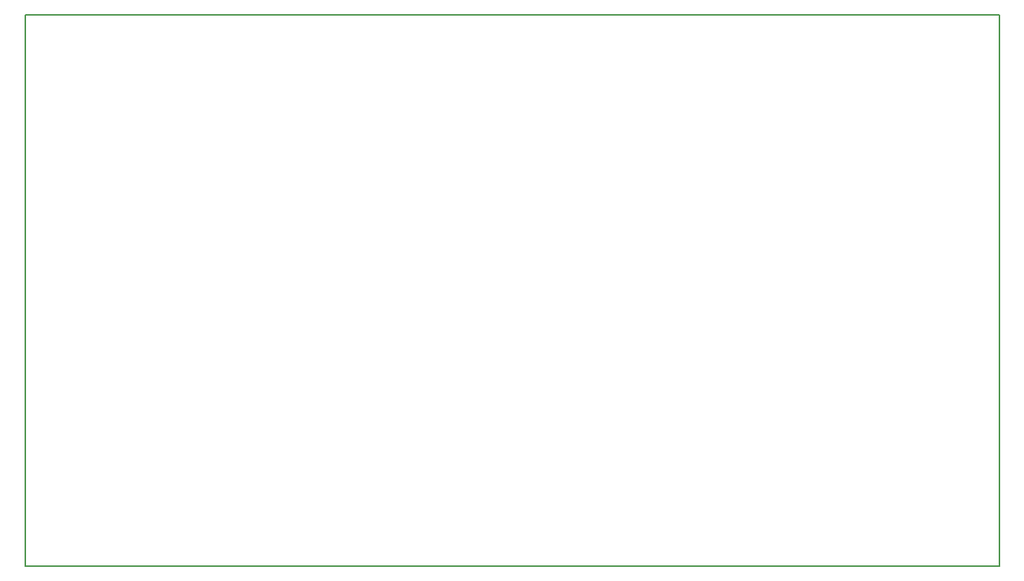
<source format=gm1>
G04 MADE WITH FRITZING*
G04 WWW.FRITZING.ORG*
G04 DOUBLE SIDED*
G04 HOLES PLATED*
G04 CONTOUR ON CENTER OF CONTOUR VECTOR*
%ASAXBY*%
%FSLAX23Y23*%
%MOIN*%
%OFA0B0*%
%SFA1.0B1.0*%
%ADD10R,4.370090X2.480310*%
%ADD11C,0.008000*%
%ADD10C,0.008*%
%LNCONTOUR*%
G90*
G70*
G54D10*
G54D11*
X4Y2476D02*
X4366Y2476D01*
X4366Y4D01*
X4Y4D01*
X4Y2476D01*
D02*
G04 End of contour*
M02*
</source>
